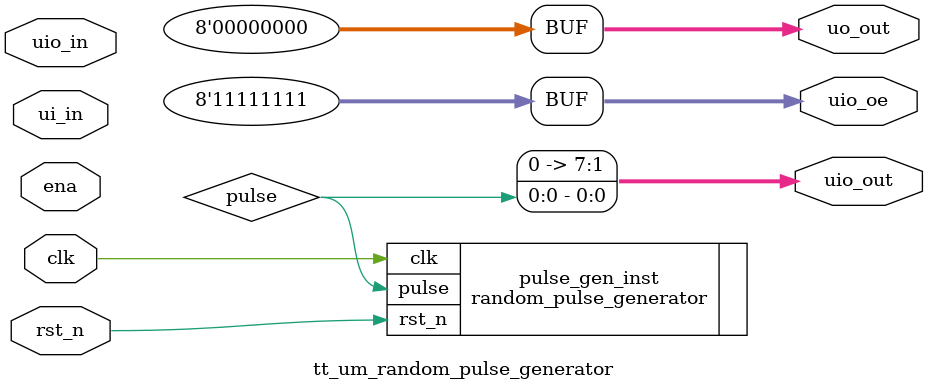
<source format=v>
module tt_um_random_pulse_generator (
     input wire clk,
    input wire rst_n,
    input wire [7:0] ui_in,
    output wire [7:0] uo_out,
    output wire [7:0] uio_out,
    output wire [7:0] uio_oe,
    input wire [7:0] uio_in,
    input wire ena
);

  // Internal signal for pulse output from the random_pulse_generator module
    wire pulse;

    // Instantiate the random_pulse_generator module
    random_pulse_generator pulse_gen_inst (
        .clk(clk),
        .rst_n(rst_n),
        .pulse(pulse)
    );

    // Output assignments
    assign uo_out = 8'b0;             // Not used in this project, always 0
    assign uio_out = {7'b0, pulse};   // Only 1 bit used for the pulse output (LSB)
    assign uio_oe = 8'b11111111;      // Output enable all bits

endmodule

</source>
